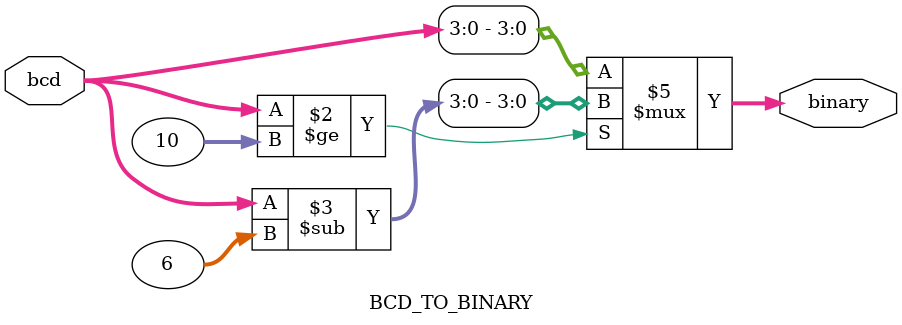
<source format=v>
`timescale 1ns / 1ps

// Author : Venu Pabbuleti 
// ID     : N180116
//Branch  : ECE
//Project Name : RTL design using Verilog
//Design  Nmae : 4 BIT BCD TO BINARY CODE CONVERTER
//Module  Nmae : BCD TO BINARY CODE CONVERTER MAIN DESIGN MODULE
//RGUKT NUZVID 
//////////////////////////////////////////////////////////////////////////////////


module BCD_TO_BINARY(bcd,binary);
input[7:0]bcd;
output reg [3:0]binary;

always@(bcd) begin
    if(bcd>=10) begin
        binary = bcd-6;
        end
    else begin
        binary = bcd;
        end
end
endmodule

</source>
